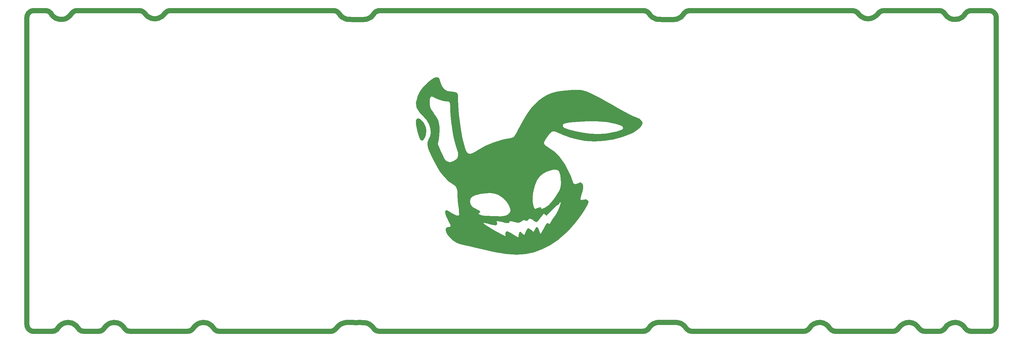
<source format=gbr>
%TF.GenerationSoftware,KiCad,Pcbnew,8.99.0-946-gf00a1ab517*%
%TF.CreationDate,2024-06-06T17:08:16+07:00*%
%TF.ProjectId,Sebas_nuxros,53656261-735f-46e7-9578-726f732e6b69,rev?*%
%TF.SameCoordinates,Original*%
%TF.FileFunction,Legend,Top*%
%TF.FilePolarity,Positive*%
%FSLAX46Y46*%
G04 Gerber Fmt 4.6, Leading zero omitted, Abs format (unit mm)*
G04 Created by KiCad (PCBNEW 8.99.0-946-gf00a1ab517) date 2024-06-06 17:08:16*
%MOMM*%
%LPD*%
G01*
G04 APERTURE LIST*
%ADD10C,1.500000*%
%ADD11C,0.500000*%
%ADD12C,0.300000*%
%ADD13C,0.000000*%
G04 APERTURE END LIST*
D10*
X197936758Y-118055930D02*
X197936758Y-118055914D01*
X183730492Y-118070001D02*
X183730492Y-118042607D01*
X279889645Y-118070001D02*
X285310006Y-118070001D01*
X266296984Y-118070001D02*
X270577395Y-118070001D01*
X279602214Y-118049241D02*
X279889645Y-118070001D01*
X279320750Y-117987386D02*
X279602214Y-118049241D01*
X278684059Y-117659278D02*
X279320750Y-117987386D01*
X278196508Y-117134562D02*
X278684059Y-117659278D01*
X277736884Y-116551491D02*
X278196508Y-117134562D01*
X277164612Y-116078488D02*
X277736884Y-116551491D01*
X276328937Y-115678580D02*
X277164612Y-116078488D01*
X275419394Y-115502482D02*
X276328937Y-115678580D01*
X274496303Y-115581117D02*
X275419394Y-115502482D01*
X273622926Y-115890134D02*
X274496303Y-115581117D01*
X272866935Y-116425632D02*
X273622926Y-115890134D01*
X272377685Y-116982683D02*
X272866935Y-116425632D01*
X271897789Y-117572206D02*
X272377685Y-116982683D01*
X271146294Y-117987396D02*
X271897789Y-117572206D01*
X270577395Y-118070001D02*
X271146294Y-117987396D01*
X266009553Y-118049241D02*
X266296984Y-118070001D01*
X265728089Y-117987386D02*
X266009553Y-118049241D01*
X265091398Y-117659278D02*
X265728089Y-117987386D01*
X264603847Y-117134562D02*
X265091398Y-117659278D01*
X264144223Y-116551491D02*
X264603847Y-117134562D01*
X263571951Y-116078488D02*
X264144223Y-116551491D01*
X262736276Y-115678580D02*
X263571951Y-116078488D01*
X261826733Y-115502482D02*
X262736276Y-115678580D01*
X260903642Y-115581117D02*
X261826733Y-115502482D01*
X260030265Y-115890134D02*
X260903642Y-115581117D01*
X259274274Y-116425632D02*
X260030265Y-115890134D01*
X258785024Y-116982683D02*
X259274274Y-116425632D01*
X258305128Y-117572206D02*
X258785024Y-116982683D01*
X257553633Y-117987396D02*
X258305128Y-117572206D01*
X256984734Y-118070001D02*
X257553633Y-117987396D01*
X239817053Y-118049241D02*
X240104484Y-118070001D01*
X239535589Y-117987386D02*
X239817053Y-118049241D01*
X238898898Y-117659278D02*
X239535589Y-117987386D01*
X238411347Y-117134562D02*
X238898898Y-117659278D01*
X237951723Y-116551491D02*
X238411347Y-117134562D01*
X237379451Y-116078488D02*
X237951723Y-116551491D01*
X236543776Y-115678580D02*
X237379451Y-116078488D01*
X235634233Y-115502482D02*
X236543776Y-115678580D01*
X234711142Y-115581118D02*
X235634233Y-115502482D01*
X233837765Y-115890134D02*
X234711142Y-115581118D01*
X233081774Y-116425632D02*
X233837765Y-115890134D01*
X232592524Y-116982684D02*
X233081774Y-116425632D01*
X232112628Y-117572206D02*
X232592524Y-116982684D01*
X231361133Y-117987396D02*
X232112628Y-117572206D01*
X230792234Y-118070001D02*
X231361133Y-117987396D01*
X197919300Y-118053506D02*
X197936758Y-118055930D01*
X197491148Y-118001784D02*
X197919300Y-118053506D01*
X196954652Y-117799523D02*
X197491148Y-118001784D01*
X196497845Y-117453021D02*
X196954652Y-117799523D01*
X196226175Y-117118085D02*
X196497845Y-117453021D01*
X195868241Y-116651905D02*
X196226175Y-117118085D01*
X195284832Y-116130753D02*
X195868241Y-116651905D01*
X194781368Y-115827504D02*
X195284832Y-116130753D01*
X194230321Y-115623093D02*
X194781368Y-115827504D01*
X191887180Y-115481084D02*
X193439088Y-115489402D01*
X194230321Y-115623093D01*
X188289808Y-115481048D02*
X189859862Y-115474388D01*
X191434220Y-115486265D01*
X191887180Y-115481084D01*
X187898044Y-115503038D02*
X188289808Y-115481048D01*
X187511203Y-115568739D02*
X187898044Y-115503038D01*
X186599893Y-115922318D02*
X187511203Y-115568739D01*
X185815489Y-116505599D02*
X186599893Y-115922318D01*
X185326819Y-117118067D02*
X185815489Y-116505599D01*
X184954058Y-117555688D02*
X185326819Y-117118067D01*
X184202572Y-117970877D02*
X184954058Y-117555688D01*
X183730492Y-118042607D02*
X184202572Y-117970877D01*
X106092762Y-118080900D02*
X106189571Y-118070001D01*
X105664610Y-118029178D02*
X106092762Y-118080900D01*
X105128114Y-117826917D02*
X105664610Y-118029178D01*
X104671307Y-117480415D02*
X105128114Y-117826917D01*
X104399637Y-117145479D02*
X104671307Y-117480415D01*
X104041703Y-116679299D02*
X104399637Y-117145479D01*
X103458294Y-116158147D02*
X104041703Y-116679299D01*
X102954830Y-115854898D02*
X103458294Y-116158147D01*
X102403783Y-115650487D02*
X102954830Y-115854898D01*
X100060642Y-115508479D02*
X101612550Y-115516800D01*
X102403783Y-115650487D01*
X96463270Y-115508442D02*
X98033324Y-115501781D01*
X99607682Y-115513659D01*
X100060642Y-115508479D01*
X96071506Y-115530432D02*
X96463270Y-115508442D01*
X95684665Y-115596133D02*
X96071506Y-115530432D01*
X94773355Y-115949712D02*
X95684665Y-115596133D01*
X93988951Y-116532993D02*
X94773355Y-115949712D01*
X93500281Y-117145461D02*
X93988951Y-116532993D01*
X93127520Y-117583082D02*
X93500281Y-117145461D01*
X92376034Y-117998271D02*
X93127520Y-117583082D01*
X91903954Y-118070001D02*
X92376034Y-117998271D01*
X279711313Y-23883079D02*
X279892370Y-23870001D01*
X279323235Y-23952670D02*
X279711313Y-23883079D01*
X278801159Y-24193886D02*
X279323235Y-23952670D01*
X278470414Y-24470946D02*
X278801159Y-24193886D01*
X278198782Y-24806160D02*
X278470414Y-24470946D01*
X277905145Y-25185340D02*
X278198782Y-24806160D01*
X277667791Y-25455783D02*
X277905145Y-25185340D01*
X277373212Y-25727016D02*
X277667791Y-25455783D01*
X276846221Y-26051523D02*
X277373212Y-25727016D01*
X276265745Y-26284752D02*
X276846221Y-26051523D01*
X275912648Y-26353534D02*
X276265745Y-26284752D01*
X275605856Y-26419764D02*
X275912648Y-26353534D01*
X275151680Y-26419764D02*
X275605856Y-26419764D01*
X274864148Y-26419764D02*
X275151680Y-26419764D01*
X274528888Y-26360794D02*
X274864148Y-26419764D01*
X274256406Y-26301971D02*
X274528888Y-26360794D01*
X273962565Y-26204945D02*
X274256406Y-26301971D01*
X273623782Y-26051522D02*
X273962565Y-26204945D01*
X273303191Y-25863018D02*
X273623782Y-26051522D01*
X273064070Y-25685779D02*
X273303191Y-25863018D01*
X272867614Y-25515605D02*
X273064070Y-25685779D01*
X272688657Y-25328177D02*
X272867614Y-25515605D01*
X272420340Y-25022455D02*
X272688657Y-25328177D01*
X272328597Y-24892309D02*
X272420340Y-25022455D01*
X272185943Y-24689941D02*
X272328597Y-24892309D01*
X271999566Y-24470971D02*
X272185943Y-24689941D01*
X271668821Y-24193921D02*
X271999566Y-24470971D01*
X271416504Y-24054449D02*
X271668821Y-24193921D01*
X271146756Y-23952702D02*
X271416504Y-24054449D01*
X270865182Y-23890793D02*
X271146756Y-23952702D01*
X270577633Y-23870001D02*
X270865182Y-23890793D01*
X253718178Y-23945920D02*
X254263996Y-23870001D01*
X253213799Y-24167916D02*
X253718178Y-23945920D01*
X252889236Y-24423982D02*
X253213799Y-24167916D01*
X252502260Y-24884076D02*
X252889236Y-24423982D01*
X252127095Y-25304333D02*
X252502260Y-24884076D01*
X251360492Y-25843271D02*
X252127095Y-25304333D01*
X250481739Y-26168732D02*
X251360492Y-25843271D01*
X249735059Y-26249307D02*
X250481739Y-26168732D01*
X248807103Y-26118809D02*
X249735059Y-26249307D01*
X248109626Y-25843270D02*
X248807103Y-26118809D01*
X247486988Y-25425278D02*
X248109626Y-25843270D01*
X246967857Y-24884076D02*
X247486988Y-25425278D01*
X246580875Y-24423992D02*
X246967857Y-24884076D01*
X246368550Y-24248387D02*
X246580875Y-24423992D01*
X245881870Y-23992711D02*
X246368550Y-24248387D01*
X245206122Y-23870001D02*
X245881870Y-23992711D01*
X184013603Y-23890756D02*
X183725975Y-23870001D01*
X184565064Y-24054496D02*
X184013603Y-23890756D01*
X184817430Y-24194044D02*
X184565064Y-24054496D01*
X184932267Y-24281240D02*
X184817430Y-24194044D01*
X185148205Y-24471240D02*
X184932267Y-24281240D01*
X185337395Y-24690322D02*
X185148205Y-24471240D01*
X185419839Y-24806599D02*
X185337395Y-24690322D01*
X185533391Y-24966750D02*
X185419839Y-24806599D01*
X185646944Y-25126901D02*
X185533391Y-24966750D01*
X185777714Y-25273331D02*
X185646944Y-25126901D01*
X185908484Y-25419761D02*
X185777714Y-25273331D01*
X186054832Y-25550622D02*
X185908484Y-25419761D01*
X186201180Y-25681483D02*
X186054832Y-25550622D01*
X186382404Y-25810135D02*
X186201180Y-25681483D01*
X186521350Y-25908773D02*
X186382404Y-25810135D01*
X186693157Y-26003772D02*
X186521350Y-25908773D01*
X186864964Y-26098771D02*
X186693157Y-26003772D01*
X187046330Y-26173928D02*
X186864964Y-26098771D01*
X187274281Y-26255328D02*
X187046330Y-26173928D01*
X187442091Y-26303694D02*
X187274281Y-26255328D01*
X187665742Y-26368153D02*
X187442091Y-26303694D01*
X187798529Y-26390723D02*
X187665742Y-26368153D01*
X187854861Y-26400298D02*
X187798529Y-26390723D01*
X187992076Y-26423621D02*
X187854861Y-26400298D01*
X188188089Y-26434633D02*
X187992076Y-26423621D01*
X192584102Y-26445645D02*
X191074263Y-26471976D01*
X189563525Y-26460990D01*
X188188089Y-26434633D01*
X192976127Y-26423629D02*
X192584102Y-26445645D01*
X193363218Y-26357825D02*
X192976127Y-26423629D01*
X193551860Y-26303452D02*
X193363218Y-26357825D01*
X193740503Y-26249080D02*
X193551860Y-26303452D01*
X193921869Y-26173922D02*
X193740503Y-26249080D01*
X194103235Y-26098763D02*
X193921869Y-26173922D01*
X194275042Y-26003763D02*
X194103235Y-26098763D01*
X194446848Y-25908764D02*
X194275042Y-26003763D01*
X194606934Y-25795120D02*
X194446848Y-25908764D01*
X194767019Y-25681476D02*
X194606934Y-25795120D01*
X195059719Y-25419758D02*
X194767019Y-25681476D01*
X195321265Y-25126904D02*
X195059719Y-25419758D01*
X195548364Y-24806599D02*
X195321265Y-25126904D01*
X195718916Y-24574067D02*
X195548364Y-24806599D01*
X195921124Y-24368469D02*
X195718916Y-24574067D01*
X196150797Y-24194086D02*
X195921124Y-24368469D01*
X196276978Y-24124315D02*
X196150797Y-24194086D01*
X196403159Y-24054544D02*
X196276978Y-24124315D01*
X196538062Y-24003643D02*
X196403159Y-24054544D01*
X196813786Y-23921771D02*
X196538062Y-24003643D01*
X196954606Y-23890799D02*
X196813786Y-23921771D01*
X197242228Y-23870001D02*
X196954606Y-23890799D01*
X92971656Y-23890756D02*
X92684028Y-23870001D01*
X93523117Y-24054496D02*
X92971656Y-23890756D01*
X93775483Y-24194044D02*
X93523117Y-24054496D01*
X93890320Y-24281239D02*
X93775483Y-24194044D01*
X94106258Y-24471240D02*
X93890320Y-24281239D01*
X94295448Y-24690322D02*
X94106258Y-24471240D01*
X94377892Y-24806599D02*
X94295448Y-24690322D01*
X94491445Y-24966750D02*
X94377892Y-24806599D01*
X94604997Y-25126901D02*
X94491445Y-24966750D01*
X94735767Y-25273331D02*
X94604997Y-25126901D01*
X94866537Y-25419761D02*
X94735767Y-25273331D01*
X95012885Y-25550622D02*
X94866537Y-25419761D01*
X95159233Y-25681483D02*
X95012885Y-25550622D01*
X95340457Y-25810135D02*
X95159233Y-25681483D01*
X95479403Y-25908773D02*
X95340457Y-25810135D01*
X95651210Y-26003772D02*
X95479403Y-25908773D01*
X95823017Y-26098771D02*
X95651210Y-26003772D01*
X96004383Y-26173928D02*
X95823017Y-26098771D01*
X96232335Y-26255328D02*
X96004383Y-26173928D01*
X96400144Y-26303694D02*
X96232335Y-26255328D01*
X96623795Y-26368153D02*
X96400144Y-26303694D01*
X96756583Y-26390723D02*
X96623795Y-26368153D01*
X96812915Y-26400298D02*
X96756583Y-26390723D01*
X96950129Y-26423621D02*
X96812915Y-26400298D01*
X97146142Y-26434633D02*
X96950129Y-26423621D01*
X101542155Y-26445645D02*
X100032317Y-26471976D01*
X98521578Y-26460990D01*
X97146142Y-26434633D01*
X101934180Y-26423629D02*
X101542155Y-26445645D01*
X102321271Y-26357825D02*
X101934180Y-26423629D01*
X102509914Y-26303452D02*
X102321271Y-26357825D01*
X102698556Y-26249080D02*
X102509914Y-26303452D01*
X102879922Y-26173922D02*
X102698556Y-26249080D01*
X103061288Y-26098763D02*
X102879922Y-26173922D01*
X103233095Y-26003763D02*
X103061288Y-26098763D01*
X103404901Y-25908764D02*
X103233095Y-26003763D01*
X103564987Y-25795120D02*
X103404901Y-25908764D01*
X103725072Y-25681476D02*
X103564987Y-25795120D01*
X104017772Y-25419758D02*
X103725072Y-25681476D01*
X104279318Y-25126904D02*
X104017772Y-25419758D01*
X104506417Y-24806599D02*
X104279318Y-25126904D01*
X104676969Y-24574067D02*
X104506417Y-24806599D01*
X104879177Y-24368469D02*
X104676969Y-24574067D01*
X105108850Y-24194086D02*
X104879177Y-24368469D01*
X105235031Y-24124315D02*
X105108850Y-24194086D01*
X105361212Y-24054544D02*
X105235031Y-24124315D01*
X105496115Y-24003643D02*
X105361212Y-24054544D01*
X105771839Y-23921771D02*
X105496115Y-24003643D01*
X105912659Y-23890799D02*
X105771839Y-23921771D01*
X106200281Y-23870001D02*
X105912659Y-23890799D01*
X8340272Y-23890775D02*
X8030118Y-23870001D01*
X8621735Y-23952628D02*
X8340272Y-23890775D01*
X8891387Y-24054289D02*
X8621735Y-23952628D01*
X9143629Y-24193648D02*
X8891387Y-24054289D01*
X9373225Y-24367811D02*
X9143629Y-24193648D01*
X9575407Y-24573163D02*
X9373225Y-24367811D01*
X9745978Y-24805440D02*
X9575407Y-24573163D01*
X9960285Y-25109198D02*
X9745978Y-24805440D01*
X10342381Y-25514370D02*
X9960285Y-25109198D01*
X10702133Y-25784780D02*
X10342381Y-25514370D01*
X11043406Y-26037590D02*
X10702133Y-25784780D01*
X11613549Y-26261422D02*
X11043406Y-26037590D01*
X12153442Y-26398091D02*
X11613549Y-26261422D01*
X12455540Y-26410488D02*
X12153442Y-26398091D01*
X12708966Y-26437520D02*
X12455540Y-26410488D01*
X13264491Y-26398091D02*
X12708966Y-26437520D01*
X13670934Y-26305466D02*
X13264491Y-26398091D01*
X14150226Y-26126516D02*
X13670934Y-26305466D01*
X14432633Y-25955691D02*
X14150226Y-26126516D01*
X14789415Y-25750872D02*
X14432633Y-25955691D01*
X15212330Y-25388511D02*
X14789415Y-25750872D01*
X15564801Y-24957319D02*
X15212330Y-25388511D01*
X15811763Y-24650046D02*
X15564801Y-24957319D01*
X15943624Y-24470493D02*
X15811763Y-24650046D01*
X16400431Y-24123976D02*
X15943624Y-24470493D01*
X16735208Y-23966035D02*
X16400431Y-24123976D01*
X17077662Y-23890771D02*
X16735208Y-23966035D01*
X17342367Y-23870001D02*
X17077662Y-23890771D01*
X19032555Y-118049227D02*
X19342709Y-118070001D01*
X18751092Y-117987374D02*
X19032555Y-118049227D01*
X18481440Y-117885713D02*
X18751092Y-117987374D01*
X18229198Y-117746354D02*
X18481440Y-117885713D01*
X17999602Y-117572191D02*
X18229198Y-117746354D01*
X17797420Y-117366839D02*
X17999602Y-117572191D01*
X17626849Y-117134562D02*
X17797420Y-117366839D01*
X17412542Y-116830804D02*
X17626849Y-117134562D01*
X17030446Y-116425632D02*
X17412542Y-116830804D01*
X16670694Y-116155222D02*
X17030446Y-116425632D01*
X16329421Y-115902412D02*
X16670694Y-116155222D01*
X15759278Y-115678580D02*
X16329421Y-115902412D01*
X15219385Y-115541911D02*
X15759278Y-115678580D01*
X14917287Y-115529514D02*
X15219385Y-115541911D01*
X14663861Y-115502482D02*
X14917287Y-115529514D01*
X14108336Y-115541911D02*
X14663861Y-115502482D01*
X13701893Y-115634536D02*
X14108336Y-115541911D01*
X13222601Y-115813486D02*
X13701893Y-115634536D01*
X12940194Y-115984311D02*
X13222601Y-115813486D01*
X12583412Y-116189130D02*
X12940194Y-115984311D01*
X12160497Y-116551491D02*
X12583412Y-116189130D01*
X11808026Y-116982683D02*
X12160497Y-116551491D01*
X11561064Y-117289956D02*
X11808026Y-116982683D01*
X11429203Y-117469508D02*
X11561064Y-117289956D01*
X10972396Y-117816026D02*
X11429203Y-117469508D01*
X10637619Y-117973967D02*
X10972396Y-117816026D01*
X10295165Y-118049231D02*
X10637619Y-117973967D01*
X10030460Y-118070001D02*
X10295165Y-118049231D01*
X32625149Y-118049227D02*
X32935303Y-118070001D01*
X32343686Y-117987374D02*
X32625149Y-118049227D01*
X32074034Y-117885713D02*
X32343686Y-117987374D01*
X31821792Y-117746354D02*
X32074034Y-117885713D01*
X31592196Y-117572191D02*
X31821792Y-117746354D01*
X31390014Y-117366839D02*
X31592196Y-117572191D01*
X31219443Y-117134562D02*
X31390014Y-117366839D01*
X31005136Y-116830804D02*
X31219443Y-117134562D01*
X30623040Y-116425631D02*
X31005136Y-116830804D01*
X30263288Y-116155222D02*
X30623040Y-116425631D01*
X29922015Y-115902412D02*
X30263288Y-116155222D01*
X29351872Y-115678580D02*
X29922015Y-115902412D01*
X28811979Y-115541911D02*
X29351872Y-115678580D01*
X28509881Y-115529514D02*
X28811979Y-115541911D01*
X28256455Y-115502482D02*
X28509881Y-115529514D01*
X27700930Y-115541911D02*
X28256455Y-115502482D01*
X27294487Y-115634536D02*
X27700930Y-115541911D01*
X26815195Y-115813486D02*
X27294487Y-115634536D01*
X26532788Y-115984311D02*
X26815195Y-115813486D01*
X26176006Y-116189130D02*
X26532788Y-115984311D01*
X25753091Y-116551491D02*
X26176006Y-116189130D01*
X25400620Y-116982683D02*
X25753091Y-116551491D01*
X25153658Y-117289956D02*
X25400620Y-116982683D01*
X25021797Y-117469508D02*
X25153658Y-117289956D01*
X24564990Y-117816026D02*
X25021797Y-117469508D01*
X24230213Y-117973967D02*
X24564990Y-117816026D01*
X23887759Y-118049231D02*
X24230213Y-117973967D01*
X23623054Y-118070001D02*
X23887759Y-118049231D01*
X58817649Y-118049227D02*
X59127803Y-118070001D01*
X58536186Y-117987374D02*
X58817649Y-118049227D01*
X58266534Y-117885713D02*
X58536186Y-117987374D01*
X58014292Y-117746354D02*
X58266534Y-117885713D01*
X57784696Y-117572191D02*
X58014292Y-117746354D01*
X57582514Y-117366839D02*
X57784696Y-117572191D01*
X57411943Y-117134562D02*
X57582514Y-117366839D01*
X57197636Y-116830804D02*
X57411943Y-117134562D01*
X56815540Y-116425632D02*
X57197636Y-116830804D01*
X56455788Y-116155222D02*
X56815540Y-116425632D01*
X56114515Y-115902412D02*
X56455788Y-116155222D01*
X55544372Y-115678580D02*
X56114515Y-115902412D01*
X55004479Y-115541911D02*
X55544372Y-115678580D01*
X54702381Y-115529514D02*
X55004479Y-115541911D01*
X54448955Y-115502482D02*
X54702381Y-115529514D01*
X53893430Y-115541911D02*
X54448955Y-115502482D01*
X53486987Y-115634536D02*
X53893430Y-115541911D01*
X53007695Y-115813486D02*
X53486987Y-115634536D01*
X52725288Y-115984311D02*
X53007695Y-115813486D01*
X52368506Y-116189130D02*
X52725288Y-115984311D01*
X51945591Y-116551491D02*
X52368506Y-116189130D01*
X51593120Y-116982683D02*
X51945591Y-116551491D01*
X51346158Y-117289956D02*
X51593120Y-116982683D01*
X51214297Y-117469509D02*
X51346158Y-117289956D01*
X50757490Y-117816027D02*
X51214297Y-117469509D01*
X50422713Y-117973967D02*
X50757490Y-117816027D01*
X50080259Y-118049231D02*
X50422713Y-117973967D01*
X49815554Y-118070001D02*
X50080259Y-118049231D01*
X17342367Y-23870001D02*
X28247000Y-23870001D01*
X28247000Y-23870001D02*
X35655699Y-23870001D01*
X35655699Y-23870001D02*
X35931236Y-23889063D01*
X35931236Y-23889063D02*
X36201517Y-23945913D01*
X36201517Y-23945913D02*
X36461389Y-24039458D01*
X36461389Y-24039458D02*
X36705896Y-24167913D01*
X36705896Y-24167913D02*
X36930374Y-24328828D01*
X36930374Y-24328828D02*
X37130543Y-24519134D01*
X37130543Y-24519134D02*
X37302585Y-24735203D01*
X37302585Y-24735203D02*
X37532283Y-25032949D01*
X37532283Y-25032949D02*
X37792600Y-25304333D01*
X37792600Y-25304333D02*
X38080530Y-25546222D01*
X38080530Y-25546222D02*
X38392750Y-25755823D01*
X38392750Y-25755823D02*
X38725655Y-25930717D01*
X38725655Y-25930717D02*
X39075403Y-26068885D01*
X39075403Y-26068885D02*
X39437956Y-26168732D01*
X39437956Y-26168732D02*
X39809128Y-26229105D01*
X39809128Y-26229105D02*
X40184636Y-26249307D01*
X40184636Y-26249307D02*
X40560143Y-26229105D01*
X40560143Y-26229105D02*
X40931316Y-26168732D01*
X40931316Y-26168732D02*
X41293869Y-26068885D01*
X41293869Y-26068885D02*
X41643617Y-25930718D01*
X41643617Y-25930718D02*
X41976522Y-25755824D01*
X41976522Y-25755824D02*
X42288742Y-25546222D01*
X42288742Y-25546222D02*
X42576672Y-25304333D01*
X42576672Y-25304333D02*
X42836988Y-25032949D01*
X42836988Y-25032949D02*
X43066686Y-24735203D01*
X43066686Y-24735203D02*
X43238710Y-24519119D01*
X43238710Y-24519119D02*
X43438880Y-24328811D01*
X43438880Y-24328811D02*
X43663361Y-24167896D01*
X43663361Y-24167896D02*
X43907872Y-24039444D01*
X43907872Y-24039444D02*
X44167748Y-23945904D01*
X44167748Y-23945904D02*
X44438034Y-23889062D01*
X44438034Y-23889062D02*
X44713573Y-23870001D01*
X44713573Y-23870001D02*
X81228744Y-23870001D01*
X81228744Y-23870001D02*
X92684028Y-23870001D01*
X106200281Y-23870001D02*
X147760000Y-23870001D01*
X147760000Y-23870001D02*
X183725975Y-23870001D01*
X197242228Y-23870001D02*
X214578744Y-23870001D01*
X214578744Y-23870001D02*
X245206122Y-23870001D01*
X254263996Y-23870001D02*
X269347494Y-23870001D01*
X269347494Y-23870001D02*
X270577633Y-23870001D01*
X279892370Y-23870001D02*
X285310006Y-23870001D01*
X285310006Y-23870001D02*
X285594637Y-23890337D01*
X285594637Y-23890337D02*
X285873474Y-23950997D01*
X285873474Y-23950997D02*
X286140839Y-24050721D01*
X286140839Y-24050721D02*
X286391291Y-24187480D01*
X286391291Y-24187480D02*
X286619731Y-24358490D01*
X286619731Y-24358490D02*
X286821509Y-24560270D01*
X286821509Y-24560270D02*
X286992516Y-24788712D01*
X286992516Y-24788712D02*
X287129273Y-25039166D01*
X287129273Y-25039166D02*
X287228994Y-25306533D01*
X287228994Y-25306533D02*
X287289650Y-25585370D01*
X287289650Y-25585370D02*
X287310006Y-25870001D01*
X287310006Y-25870001D02*
X287310006Y-116070001D01*
X287310006Y-116070001D02*
X287289641Y-116354630D01*
X287289641Y-116354630D02*
X287228984Y-116633464D01*
X287228984Y-116633464D02*
X287129262Y-116900828D01*
X287129262Y-116900828D02*
X286992505Y-117151279D01*
X286992505Y-117151279D02*
X286821498Y-117379718D01*
X286821498Y-117379718D02*
X286619721Y-117581495D01*
X286619721Y-117581495D02*
X286391283Y-117752503D01*
X286391283Y-117752503D02*
X286140832Y-117889261D01*
X286140832Y-117889261D02*
X285873469Y-117988984D01*
X285873469Y-117988984D02*
X285594635Y-118049642D01*
X285594635Y-118049642D02*
X285310006Y-118070001D01*
X256984734Y-118070001D02*
X254916251Y-118070001D01*
X254916251Y-118070001D02*
X240104484Y-118070001D01*
X230792234Y-118070001D02*
X216784998Y-118070001D01*
X216784998Y-118070001D02*
X197936758Y-118055914D01*
X183730492Y-118070001D02*
X147760006Y-118070001D01*
X147760006Y-118070001D02*
X106189571Y-118070001D01*
X91903954Y-118070001D02*
X78735003Y-118070001D01*
X78735003Y-118070001D02*
X59127803Y-118070001D01*
X49815554Y-118070001D02*
X35765751Y-118070001D01*
X35765751Y-118070001D02*
X32935303Y-118070001D01*
X23623054Y-118070001D02*
X19342709Y-118070001D01*
X10030460Y-118070001D02*
X4609994Y-118070001D01*
X4609994Y-118070001D02*
X4325365Y-118049633D01*
X4325365Y-118049633D02*
X4046530Y-117988977D01*
X4046530Y-117988977D02*
X3779166Y-117889256D01*
X3779166Y-117889256D02*
X3528715Y-117752500D01*
X3528715Y-117752500D02*
X3300275Y-117581493D01*
X3300275Y-117581493D02*
X3098498Y-117379717D01*
X3098498Y-117379717D02*
X2927490Y-117151278D01*
X2927490Y-117151278D02*
X2790732Y-116900828D01*
X2790732Y-116900828D02*
X2691010Y-116633464D01*
X2691010Y-116633464D02*
X2630352Y-116354630D01*
X2630352Y-116354630D02*
X2609994Y-116070001D01*
X2609994Y-116070001D02*
X2609994Y-25870001D01*
X2609994Y-25870001D02*
X2630355Y-25585371D01*
X2630355Y-25585371D02*
X2691011Y-25306536D01*
X2691011Y-25306536D02*
X2790732Y-25039171D01*
X2790732Y-25039171D02*
X2927489Y-24788719D01*
X2927489Y-24788719D02*
X3098496Y-24560279D01*
X3098496Y-24560279D02*
X3300273Y-24358501D01*
X3300273Y-24358501D02*
X3528713Y-24187493D01*
X3528713Y-24187493D02*
X3779164Y-24050736D01*
X3779164Y-24050736D02*
X4046529Y-23951014D01*
X4046529Y-23951014D02*
X4325364Y-23890358D01*
X4325364Y-23890358D02*
X4609994Y-23870001D01*
X4609994Y-23870001D02*
X8030118Y-23870001D01*
D11*
X246863662Y-24751474D02*
X246691615Y-24535413D01*
X55401241Y-115636595D02*
X55754259Y-115753107D01*
X185434261Y-117150868D02*
X185661398Y-116830918D01*
X258688524Y-117150833D02*
X258902832Y-116847076D01*
X263262106Y-115906406D02*
X263582604Y-116094760D01*
X271426595Y-117901991D02*
X271678837Y-117762630D01*
X52551240Y-116094759D02*
X52871739Y-115906405D01*
X11776367Y-26337826D02*
X11423216Y-26221216D01*
X188002721Y-26439900D02*
X187615626Y-26374106D01*
X96567433Y-26374097D02*
X96190146Y-26265357D01*
X53563424Y-115636595D02*
X53926808Y-115558182D01*
X251537599Y-25772095D02*
X251204694Y-25946989D01*
X11361498Y-117588496D02*
X11563683Y-117383148D01*
X279900298Y-118086272D02*
X285320660Y-118086272D01*
X285884128Y-23967268D02*
X285605291Y-23906608D01*
X40570797Y-26245376D02*
X40195290Y-26265578D01*
X102325668Y-26374096D02*
X101938577Y-26439900D01*
X186879037Y-115860247D02*
X187241563Y-115710133D01*
X234187087Y-115753108D02*
X234540104Y-115636595D01*
X185263691Y-117383140D02*
X185434261Y-117150868D01*
X270588287Y-23886272D02*
X254274650Y-23886272D01*
X198026351Y-118086272D02*
X230802888Y-118086272D01*
X93607744Y-117150833D02*
X93834886Y-116830881D01*
X103729469Y-25697747D02*
X103409298Y-25925035D01*
X18784377Y-118003684D02*
X19065839Y-118065536D01*
X279333889Y-23968941D02*
X279064135Y-24070685D01*
X55754259Y-115753107D02*
X56092927Y-115906405D01*
X95827414Y-26115042D02*
X95483800Y-25925044D01*
X54668207Y-115518753D02*
X55037857Y-115558182D01*
X104677677Y-117383116D02*
X104879862Y-117588458D01*
X106200225Y-118086272D02*
X183741146Y-118086272D01*
X277995160Y-25126402D02*
X277749840Y-25405921D01*
X237688819Y-116316043D02*
X237962377Y-116567762D01*
X196106059Y-116830882D02*
X196333214Y-117150833D01*
X103409298Y-25925035D02*
X103065685Y-26115034D01*
X195331927Y-25143188D02*
X195070388Y-25436050D01*
X14306872Y-26067794D02*
X13968089Y-26221217D01*
X285884123Y-118005255D02*
X286151486Y-117905532D01*
X271427158Y-24070720D02*
X271157410Y-23968973D01*
X2701665Y-25322807D02*
X2641009Y-25601642D01*
X94096414Y-116538365D02*
X94389043Y-116276963D01*
X37313239Y-24751474D02*
X37141197Y-24535405D01*
X52252527Y-116316043D02*
X52551240Y-116094759D01*
X271679475Y-24210192D02*
X271427158Y-24070720D01*
X261095988Y-115558183D02*
X261465638Y-115518754D01*
X38403404Y-25772094D02*
X38091184Y-25562493D01*
X58299912Y-117901984D02*
X58569564Y-118003645D01*
X251849819Y-25562493D02*
X251537599Y-25772095D01*
X186215547Y-116277002D02*
X186535592Y-116049999D01*
X53926808Y-115558182D02*
X54296459Y-115518753D01*
X251204694Y-25946989D02*
X250854946Y-26085156D01*
X17200523Y-116567805D02*
X17445840Y-116847111D01*
X246022459Y-24055753D02*
X245762589Y-23962211D01*
X272496151Y-25126402D02*
X272281875Y-24822431D01*
X15199837Y-25405921D02*
X14926243Y-25657832D01*
X44724227Y-23886272D02*
X44448688Y-23905333D01*
X250121220Y-26245376D02*
X249745713Y-26265578D01*
X10465063Y-25657831D02*
X10191468Y-25405921D01*
X105917056Y-23907070D02*
X105635415Y-23969014D01*
X197738920Y-118065503D02*
X198026351Y-118086272D01*
X103405735Y-116050019D02*
X103725779Y-116277019D01*
X94211757Y-24590316D02*
X94009553Y-24384706D01*
X188394750Y-26461924D02*
X188002721Y-26439900D01*
X4057183Y-23967285D02*
X3789818Y-24067007D01*
X230802888Y-118086272D02*
X231090321Y-118065517D01*
X232123282Y-117588477D02*
X232325462Y-117383119D01*
X249745713Y-26265578D02*
X249370205Y-26245376D01*
X249370205Y-26245376D02*
X248999033Y-26185003D01*
X26679239Y-115906405D02*
X27017907Y-115753108D01*
X279615469Y-23907042D02*
X279333889Y-23968941D01*
X247353677Y-25320604D02*
X247093360Y-25049220D01*
X17830715Y-117383140D02*
X18032893Y-117588495D01*
X32107412Y-117901984D02*
X32377064Y-118003645D01*
X19353268Y-118086272D02*
X23633708Y-118086272D01*
X18514726Y-117902021D02*
X18784377Y-118003684D01*
X197457457Y-118003649D02*
X197738920Y-118065503D01*
X30793197Y-116567762D02*
X31038514Y-116847075D01*
X186875600Y-26115056D02*
X186531982Y-25925060D01*
X4336019Y-118065904D02*
X4620648Y-118086272D01*
X277747538Y-116567762D02*
X277992855Y-116847075D01*
X276163082Y-115636596D02*
X276516099Y-115753108D01*
X105635415Y-23969014D02*
X105365609Y-24070815D01*
X253728832Y-23962191D02*
X253468960Y-24055734D01*
X273633580Y-115906406D02*
X273972248Y-115753108D01*
X196333214Y-117150833D02*
X196503785Y-117383111D01*
X277476246Y-25657832D02*
X277177467Y-25879289D01*
X96178969Y-115535804D02*
X96570733Y-115513814D01*
X246491443Y-24345113D02*
X246266964Y-24184204D01*
X15252707Y-115558256D02*
X15616085Y-115636667D01*
X272495493Y-116847076D02*
X272740810Y-116567762D01*
X19065839Y-118065536D02*
X19353268Y-118086272D01*
X106204678Y-23886272D02*
X105917056Y-23907070D01*
X56712139Y-116316043D02*
X56985697Y-116567762D01*
X54296459Y-115518753D02*
X54668207Y-115518753D01*
X3539367Y-24203764D02*
X3310927Y-24374772D01*
X286630375Y-117597766D02*
X286832152Y-117395989D01*
X24472265Y-117902005D02*
X24724512Y-117762647D01*
X186211807Y-25697773D02*
X185919104Y-25436055D01*
X192594750Y-26461924D02*
X188394750Y-26461924D01*
X231893686Y-117762645D02*
X232123282Y-117588477D01*
X196705967Y-117588463D02*
X196935563Y-117762627D01*
X258086186Y-117762645D02*
X258315782Y-117588477D01*
X13251409Y-26416304D02*
X12881605Y-26455766D01*
X247953827Y-25772094D02*
X247641607Y-25562493D01*
X96570733Y-115513814D02*
X101544132Y-115513864D01*
X95415072Y-115710094D02*
X95792128Y-115601505D01*
X278579897Y-117588494D02*
X278809491Y-117762670D01*
X29900427Y-115906405D02*
X30220925Y-116094759D01*
X196503785Y-117383111D02*
X196705967Y-117588463D01*
X270875836Y-23907064D02*
X270588287Y-23886272D01*
X2801386Y-116917099D02*
X2938144Y-117167549D01*
X29561759Y-115753107D02*
X29900427Y-115906405D01*
X31038514Y-116847075D02*
X31252821Y-117150833D01*
X253468960Y-24055734D02*
X253224453Y-24184187D01*
X192986779Y-26439895D02*
X192594750Y-26461924D01*
X195559016Y-24822873D02*
X195331927Y-25143188D01*
X26060027Y-116316043D02*
X26358740Y-116094759D01*
X247641607Y-25562493D02*
X247353677Y-25320604D01*
X50395097Y-118003643D02*
X50664747Y-117901978D01*
X17660149Y-117150860D02*
X17830715Y-117383140D01*
X185919104Y-25436055D02*
X185657557Y-25143199D01*
X271908433Y-117588465D02*
X272110615Y-117383112D01*
X240115138Y-118086272D02*
X256995388Y-118086272D01*
X184828075Y-24210317D02*
X184575709Y-24070770D01*
X95792128Y-115601505D02*
X96178969Y-115535804D01*
X101938577Y-26439900D02*
X101546552Y-26461916D01*
X31252821Y-117150833D02*
X31423392Y-117383110D01*
X13614939Y-26337826D02*
X13251409Y-26416304D01*
X186531982Y-25925060D02*
X186211807Y-25697773D01*
X30220925Y-116094759D02*
X30519639Y-116316043D01*
X273313845Y-25879289D02*
X273015066Y-25657831D01*
X15830000Y-24590000D02*
X15659433Y-24822431D01*
X278582167Y-24384461D02*
X278379969Y-24589973D01*
X184831916Y-117762644D02*
X185061509Y-117588486D01*
X3789818Y-24067007D02*
X3539367Y-24203764D01*
X104507100Y-117150851D02*
X104677677Y-117383116D01*
X9731872Y-24822431D02*
X9561324Y-24589983D01*
X36716550Y-24184184D02*
X36472043Y-24055729D01*
X51348767Y-117383105D02*
X51519344Y-117150833D01*
X264614501Y-117150833D02*
X264785072Y-117383112D01*
X252137749Y-25320604D02*
X251849819Y-25562493D01*
X277992855Y-116847075D02*
X278207162Y-117150833D01*
X41987176Y-25772095D02*
X41654271Y-25946989D01*
X239024349Y-117762631D02*
X239276591Y-117901993D01*
X193761928Y-115535800D02*
X194148776Y-115601501D01*
X275801412Y-26416304D02*
X275431608Y-26455766D01*
X278209436Y-24822431D02*
X277995160Y-25126402D01*
X51519344Y-117150833D02*
X51733652Y-116847076D01*
X51146583Y-117588454D02*
X51348767Y-117383105D01*
X279061735Y-117902039D02*
X279331392Y-118003706D01*
X195729566Y-24590338D02*
X195559016Y-24822873D01*
X197252882Y-23886272D02*
X196965260Y-23907070D01*
X261837386Y-115518754D02*
X262207037Y-115558183D01*
X287320660Y-116086272D02*
X287320660Y-25886272D01*
X3310927Y-24374772D02*
X3109150Y-24576550D01*
X93437167Y-117383105D02*
X93607744Y-117150833D01*
X236014537Y-115558182D02*
X236377921Y-115636595D01*
X101544132Y-115513864D02*
X101935889Y-115535857D01*
X14141675Y-115558256D02*
X14511320Y-115518829D01*
X51978969Y-116567762D02*
X52252527Y-116316043D01*
X92483497Y-118003643D02*
X92753147Y-117901978D01*
X262570421Y-115636596D02*
X262923438Y-115753108D01*
X278811813Y-24210157D02*
X278582167Y-24384461D01*
X37542937Y-25049220D02*
X37313239Y-24751474D01*
X103725779Y-116277019D02*
X104018403Y-116538416D01*
X52871739Y-115906405D02*
X53210407Y-115753108D01*
X18262486Y-117762661D02*
X18514726Y-117902021D01*
X272281185Y-117150833D02*
X272495493Y-116847076D01*
X36472043Y-24055729D02*
X36212171Y-23962184D01*
X58851027Y-118065498D02*
X59138457Y-118086272D01*
X8877165Y-24070685D02*
X8607415Y-23968933D01*
X18032893Y-117588495D02*
X18262486Y-117762661D01*
X43674015Y-24184167D02*
X43449534Y-24345082D01*
X287003170Y-24804983D02*
X286832163Y-24576541D01*
X105109457Y-117762613D02*
X105361697Y-117901965D01*
X233848419Y-115906405D02*
X234187087Y-115753108D01*
X248999033Y-26185003D02*
X248636480Y-26085156D01*
X40195290Y-26265578D02*
X39819782Y-26245376D01*
X273972248Y-115753108D02*
X274325265Y-115636596D01*
X287139916Y-116917099D02*
X287239638Y-116649735D01*
X274326370Y-26337826D02*
X273973219Y-26221216D01*
X14883062Y-115518829D02*
X15252707Y-115558256D01*
X25156299Y-117383130D02*
X25326844Y-117150833D01*
X275059704Y-26455766D02*
X274689899Y-26416304D01*
X196965260Y-23907070D02*
X196683618Y-23969013D01*
X277473980Y-116316043D02*
X277747538Y-116567762D01*
X245492310Y-23905360D02*
X245216776Y-23886272D01*
X252398065Y-25049220D02*
X252137749Y-25320604D01*
X92753147Y-117901978D02*
X93005388Y-117762617D01*
X24202609Y-118003665D02*
X24472265Y-117902005D01*
X271156943Y-118003655D02*
X271426595Y-117901991D01*
X26358740Y-116094759D02*
X26679239Y-115906405D01*
X257833942Y-117902006D02*
X258086186Y-117762645D01*
X264785072Y-117383112D02*
X264987254Y-117588466D01*
X278379969Y-24589973D02*
X278209436Y-24822431D01*
X188397211Y-115513910D02*
X193370158Y-115513814D01*
X253999114Y-23905342D02*
X253728832Y-23962191D01*
X94382289Y-24822870D02*
X94211757Y-24590316D01*
X262207037Y-115558183D02*
X262570421Y-115636596D01*
X51733652Y-116847076D02*
X51978969Y-116567762D01*
X187238336Y-26265368D02*
X186875600Y-26115056D01*
X235273139Y-115518753D02*
X235644887Y-115518753D01*
X13968089Y-26221217D02*
X13614939Y-26337826D01*
X2701664Y-116649735D02*
X2801386Y-116917099D01*
X238794754Y-117588466D02*
X239024349Y-117762631D01*
X3539369Y-117768771D02*
X3789820Y-117905527D01*
X11084433Y-26067793D02*
X10763842Y-25879289D01*
X276518092Y-26221217D02*
X276164942Y-26337826D01*
X276854768Y-115906406D02*
X277175266Y-116094759D01*
X28845357Y-115558182D02*
X29208741Y-115636595D01*
X194113901Y-26115061D02*
X193751165Y-26265372D01*
X16032195Y-24384491D02*
X15830000Y-24590000D01*
X279331392Y-118003706D02*
X279612861Y-118065560D01*
X286401945Y-24203751D02*
X286151493Y-24066992D01*
X104510814Y-24822870D02*
X104283715Y-25143175D01*
X260732604Y-115636596D02*
X261095988Y-115558183D01*
X287239638Y-116649735D02*
X287300295Y-116370901D01*
X14627464Y-25879289D02*
X14306872Y-26067794D01*
X3789820Y-117905527D02*
X4057184Y-118005248D01*
X31423392Y-117383110D02*
X31625574Y-117588462D01*
X252999975Y-24345101D02*
X252799805Y-24535406D01*
X12766126Y-116094817D02*
X13086621Y-115906469D01*
X8607415Y-23968933D02*
X8325837Y-23907021D01*
X258517962Y-117383119D02*
X258688524Y-117150833D01*
X259148149Y-116567762D02*
X259421707Y-116316044D01*
X93779880Y-24210315D02*
X93527514Y-24070767D01*
X43077340Y-24751474D02*
X42847642Y-25049220D01*
X12193859Y-116567805D02*
X12467416Y-116316094D01*
X237962377Y-116567762D02*
X238207694Y-116847075D01*
X195070388Y-25436050D02*
X194777690Y-25697774D01*
X245762589Y-23962211D02*
X245492310Y-23905360D01*
X194777690Y-25697774D02*
X194457518Y-25925064D01*
X27017907Y-115753108D02*
X27370924Y-115636595D01*
X273014368Y-116316044D02*
X273313081Y-116094760D01*
X32658527Y-118065498D02*
X32945957Y-118086272D01*
X12509701Y-26455766D02*
X12139896Y-26416304D01*
X273313081Y-116094760D02*
X273633580Y-115906406D01*
X9129483Y-24210164D02*
X8877165Y-24070685D01*
X25786469Y-116567762D02*
X26060027Y-116316043D01*
X185657557Y-25143199D02*
X185430485Y-24822873D01*
X185061509Y-117588486D02*
X185263691Y-117383140D01*
X43449534Y-24345082D02*
X43249364Y-24535390D01*
X264987254Y-117588466D02*
X265216849Y-117762631D01*
X94389043Y-116276963D02*
X94709093Y-116049959D01*
X187618614Y-115601542D02*
X188005451Y-115535839D01*
X247093360Y-25049220D02*
X246863662Y-24751474D01*
X235644887Y-115518753D02*
X236014537Y-115558182D01*
X265469091Y-117901993D02*
X265738743Y-118003657D01*
X193370158Y-115513814D02*
X193761928Y-115535800D01*
X194525838Y-115710091D02*
X194888375Y-115860205D01*
X95483800Y-25925044D02*
X95163630Y-25697754D01*
X50916988Y-117762617D02*
X51146583Y-117588454D01*
X12139896Y-26416304D02*
X11776367Y-26337826D01*
X10328543Y-118065515D02*
X10610005Y-118003666D01*
X23921142Y-118065515D02*
X24202609Y-118003665D01*
X194888375Y-115860205D02*
X195231830Y-116049957D01*
X237069607Y-115906405D02*
X237390105Y-116094759D01*
X233527920Y-116094759D02*
X233848419Y-115906405D01*
X11948542Y-116847111D02*
X12193859Y-116567805D01*
X194457518Y-25925064D02*
X194113901Y-26115061D01*
X56985697Y-116567762D02*
X57231014Y-116847075D01*
X4057184Y-118005248D02*
X4336019Y-118065904D01*
X279064135Y-24070685D02*
X278811813Y-24210157D01*
X277175266Y-116094759D02*
X277473980Y-116316043D01*
X184305896Y-23968969D02*
X184024247Y-23907031D01*
X196413811Y-24070814D02*
X196161448Y-24210356D01*
X285320660Y-23886272D02*
X279903024Y-23886272D01*
X279612861Y-118065560D02*
X279900298Y-118086272D01*
X185922923Y-116538403D02*
X186215547Y-116277002D01*
X25326844Y-117150833D02*
X25541152Y-116847076D01*
X232496024Y-117150833D02*
X232710332Y-116847076D01*
X276164942Y-26337826D02*
X275801412Y-26416304D01*
X238422001Y-117150833D02*
X238592572Y-117383112D01*
X262923438Y-115753108D02*
X263262106Y-115906406D01*
X57615892Y-117383110D02*
X57818074Y-117588462D01*
X105361697Y-117901965D02*
X105631344Y-118003623D01*
X105365609Y-24070815D02*
X105113247Y-24210357D01*
X196161448Y-24210356D02*
X195931774Y-24384739D01*
X43249364Y-24535390D02*
X43077340Y-24751474D01*
X279903024Y-23886272D02*
X279615469Y-23907042D01*
X94709093Y-116049959D02*
X95052542Y-115860208D01*
X27370924Y-115636595D02*
X27734308Y-115558182D01*
X57818074Y-117588462D02*
X58047670Y-117762625D01*
X16261836Y-24210188D02*
X16032195Y-24384491D01*
X184575709Y-24070770D02*
X184305896Y-23968969D01*
X105631344Y-118003623D02*
X105912801Y-118065476D01*
X273015066Y-25657831D02*
X272741471Y-25405921D01*
X287300295Y-116370901D02*
X287320660Y-116086272D01*
X253224453Y-24184187D02*
X252999975Y-24345101D01*
X92688425Y-23886272D02*
X44724227Y-23886272D01*
X265216849Y-117762631D02*
X265469091Y-117901993D01*
X32377064Y-118003645D02*
X32658527Y-118065498D01*
X276856875Y-26067794D02*
X276518092Y-26221217D01*
X104279929Y-116830925D02*
X104507100Y-117150851D01*
X197187805Y-117901987D02*
X197457457Y-118003649D01*
X259421707Y-116316044D02*
X259720420Y-116094759D01*
X185057749Y-24384709D02*
X184828075Y-24210317D01*
X91914608Y-118086272D02*
X92202037Y-118065502D01*
X2938143Y-24804990D02*
X2801386Y-25055442D01*
X231641442Y-117902006D02*
X231893686Y-117762645D01*
X4620648Y-23886272D02*
X4336018Y-23906629D01*
X38736309Y-25946988D02*
X38403404Y-25772094D01*
X59138457Y-118086272D02*
X91914608Y-118086272D01*
X96190146Y-26265357D02*
X95827414Y-26115042D01*
X196935563Y-117762627D02*
X197187805Y-117901987D01*
X42587326Y-25320604D02*
X42299396Y-25562493D01*
X11734233Y-117150860D02*
X11948542Y-116847111D01*
X184024247Y-23907031D02*
X183736619Y-23886272D01*
X94870934Y-25436032D02*
X94609394Y-25143172D01*
X14926243Y-25657832D02*
X14627464Y-25879289D01*
X187615626Y-26374106D02*
X187238336Y-26265368D01*
X188005451Y-115535839D02*
X188397211Y-115513910D01*
X93234983Y-117588454D02*
X93437167Y-117383105D01*
X16628256Y-116094817D02*
X16926966Y-116316094D01*
X274325265Y-115636596D02*
X274688649Y-115558183D01*
X286630385Y-24374761D02*
X286401945Y-24203751D01*
X9946148Y-25126402D02*
X9731872Y-24822431D01*
X256995388Y-118086272D02*
X257282821Y-118065517D01*
X31855170Y-117762625D02*
X32107412Y-117901984D01*
X13778297Y-115636667D02*
X14141675Y-115558256D01*
X13086621Y-115906469D02*
X13425285Y-115753176D01*
X2938144Y-117167549D02*
X3109152Y-117395988D01*
X15969097Y-115753176D02*
X16307761Y-115906469D01*
X272111320Y-24589993D02*
X271909120Y-24384490D01*
X96954526Y-26439892D02*
X96567433Y-26374097D01*
X93257702Y-23968966D02*
X92976053Y-23907027D01*
X193751165Y-26265372D02*
X193373874Y-26374106D01*
X32945957Y-118086272D02*
X49826208Y-118086272D01*
X248286732Y-25946988D02*
X247953827Y-25772094D01*
X233229207Y-116316043D02*
X233527920Y-116094759D01*
X250854946Y-26085156D02*
X250492393Y-26185003D01*
X287300304Y-25601641D02*
X287239648Y-25322804D01*
X246266964Y-24184204D02*
X246022459Y-24055753D01*
X231090321Y-118065517D02*
X231371787Y-118003667D01*
X193373874Y-26374106D02*
X192986779Y-26439895D01*
X15659433Y-24822431D02*
X15445157Y-25126402D01*
X55037857Y-115558182D02*
X55401241Y-115636595D01*
X185661398Y-116830918D02*
X185922923Y-116538403D01*
X184579677Y-117902000D02*
X184831916Y-117762644D01*
X287239648Y-25322804D02*
X287139927Y-25055437D01*
X11423216Y-26221216D02*
X11084433Y-26067793D01*
X254274650Y-23886272D02*
X253999114Y-23905342D01*
X24724512Y-117762647D02*
X24954112Y-117588483D01*
X246691615Y-24535413D02*
X246491443Y-24345113D01*
X271909120Y-24384490D02*
X271679475Y-24210192D01*
X39086057Y-26085156D02*
X38736309Y-25946988D01*
X237390105Y-116094759D02*
X237688819Y-116316043D01*
X257282821Y-118065517D02*
X257564287Y-118003667D01*
X258315782Y-117588477D02*
X258517962Y-117383119D01*
X94009553Y-24384706D02*
X93779880Y-24210315D01*
X278809491Y-117762670D02*
X279061735Y-117902039D01*
X195231830Y-116049957D02*
X195551887Y-116276962D01*
X10191468Y-25405921D02*
X9946148Y-25126402D01*
X285320660Y-118086272D02*
X285605289Y-118065913D01*
X104879862Y-117588458D02*
X105109457Y-117762613D01*
X245216776Y-23886272D02*
X197252882Y-23886272D01*
X239546243Y-118003657D02*
X239827707Y-118065512D01*
X8325837Y-23907021D02*
X8038284Y-23886272D01*
X97346552Y-26461916D02*
X96954526Y-26439892D01*
X258902832Y-116847076D02*
X259148149Y-116567762D01*
X101546552Y-26461916D02*
X97346552Y-26461916D01*
X17065472Y-23907055D02*
X16783898Y-23968964D01*
X196683618Y-23969013D02*
X196413811Y-24070814D01*
X3109150Y-24576550D02*
X2938143Y-24804990D01*
X12467416Y-116316094D02*
X12766126Y-116094817D01*
X44178402Y-23962175D02*
X43918526Y-24055715D01*
X38091184Y-25562493D02*
X37803254Y-25320604D01*
X3310929Y-117597764D02*
X3539369Y-117768771D01*
X8038284Y-23886272D02*
X4620648Y-23886272D01*
X273973219Y-26221216D02*
X273634436Y-26067793D01*
X93834886Y-116830881D02*
X94096414Y-116538365D01*
X36941028Y-24345099D02*
X36716550Y-24184184D01*
X44448688Y-23905333D02*
X44178402Y-23962175D01*
X37803254Y-25320604D02*
X37542937Y-25049220D01*
X56092927Y-115906405D02*
X56413425Y-116094759D01*
X28103959Y-115518753D02*
X28475707Y-115518753D01*
X272281875Y-24822431D02*
X272111320Y-24589993D01*
X263582604Y-116094760D02*
X263881318Y-116316044D01*
X287139927Y-25055437D02*
X287003170Y-24804983D01*
X257564287Y-118003667D02*
X257833942Y-117902006D01*
X4336018Y-23906629D02*
X4057183Y-23967285D01*
X277177467Y-25879289D02*
X276856875Y-26067794D01*
X9359127Y-24384470D02*
X9129483Y-24210164D01*
X24954112Y-117588483D02*
X25156299Y-117383130D01*
X272741471Y-25405921D02*
X272496151Y-25126402D01*
X104681366Y-24590338D02*
X104510814Y-24822870D01*
X42847642Y-25049220D02*
X42587326Y-25320604D01*
X105113247Y-24210357D02*
X104883574Y-24384740D01*
X183736619Y-23886272D02*
X106204678Y-23886272D01*
X271678837Y-117762630D02*
X271908433Y-117588465D01*
X50664747Y-117901978D02*
X50916988Y-117762617D01*
X39819782Y-26245376D02*
X39448610Y-26185003D01*
X278207162Y-117150833D02*
X278377722Y-117383126D01*
X264400192Y-116847076D02*
X264614501Y-117150833D01*
X259720420Y-116094759D02*
X260040919Y-115906406D01*
X287003159Y-117167550D02*
X287139916Y-116917099D01*
X264154876Y-116567763D02*
X264400192Y-116847076D01*
X28475707Y-115518753D02*
X28845357Y-115558182D01*
X49826208Y-118086272D02*
X50113637Y-118065502D01*
X261465638Y-115518754D02*
X261837386Y-115518754D01*
X12881605Y-26455766D02*
X12509701Y-26455766D01*
X275799698Y-115558183D02*
X276163082Y-115636596D01*
X10610005Y-118003666D02*
X10879657Y-117902009D01*
X238207694Y-116847075D02*
X238422001Y-117150833D01*
X57445321Y-117150833D02*
X57615892Y-117383110D01*
X194148776Y-115601501D02*
X194525838Y-115710091D01*
X92976053Y-23907027D02*
X92688425Y-23886272D01*
X286832163Y-24576541D02*
X286630385Y-24374761D01*
X50113637Y-118065502D02*
X50395097Y-118003643D01*
X30519639Y-116316043D02*
X30793197Y-116567762D01*
X103065685Y-26115034D02*
X102702953Y-26265351D01*
X266307638Y-118086272D02*
X270588049Y-118086272D01*
X16514151Y-24070713D02*
X16261836Y-24210188D01*
X105912801Y-118065476D02*
X106200225Y-118086272D01*
X286151493Y-24066992D02*
X285884128Y-23967268D01*
X271157410Y-23968973D02*
X270875836Y-23907064D01*
X239827707Y-118065512D02*
X240115138Y-118086272D01*
X272740810Y-116567762D02*
X273014368Y-116316044D01*
X57231014Y-116847075D02*
X57445321Y-117150833D01*
X15616085Y-115636667D02*
X15969097Y-115753176D01*
X260379587Y-115753108D02*
X260732604Y-115636596D01*
X274689899Y-26416304D02*
X274326370Y-26337826D01*
X4620648Y-118086272D02*
X10041114Y-118086272D01*
X232955649Y-116567762D02*
X233229207Y-116316043D01*
X10041114Y-118086272D02*
X10328543Y-118065515D01*
X275431608Y-26455766D02*
X275059704Y-26455766D01*
X250492393Y-26185003D02*
X250121220Y-26245376D01*
X231371787Y-118003667D02*
X231641442Y-117902006D01*
X275430048Y-115518754D02*
X275799698Y-115558183D01*
X13425285Y-115753176D02*
X13778297Y-115636667D01*
X104022169Y-25436029D02*
X103729469Y-25697747D01*
X92202037Y-118065502D02*
X92483497Y-118003643D01*
X58569564Y-118003645D02*
X58851027Y-118065498D01*
X183741146Y-118086272D02*
X184028571Y-118065511D01*
X23633708Y-118086272D02*
X23921142Y-118065515D01*
X265738743Y-118003657D02*
X266020207Y-118065512D01*
X35666353Y-23886272D02*
X17353021Y-23886272D01*
X102702953Y-26265351D02*
X102325668Y-26374096D01*
X36212171Y-23962184D02*
X35941890Y-23905334D01*
X10879657Y-117902009D02*
X11131901Y-117762654D01*
X14511320Y-115518829D02*
X14883062Y-115518829D01*
X276516099Y-115753108D02*
X276854768Y-115906406D01*
X285605289Y-118065913D02*
X285884123Y-118005255D01*
X102699770Y-115710155D02*
X103062293Y-115860270D01*
X239276591Y-117901993D02*
X239546243Y-118003657D01*
X93527514Y-24070767D02*
X93257702Y-23968966D01*
X42299396Y-25562493D02*
X41987176Y-25772095D01*
X17353021Y-23886272D02*
X17065472Y-23907055D01*
X103062293Y-115860270D02*
X103405735Y-116050019D01*
X16783898Y-23968964D02*
X16514151Y-24070713D01*
X270875480Y-118065510D02*
X271156943Y-118003655D01*
X234540104Y-115636595D02*
X234903488Y-115558182D01*
X2641006Y-116370901D02*
X2701664Y-116649735D01*
X195844523Y-116538365D02*
X196106059Y-116830882D01*
X41304523Y-26085156D02*
X40941970Y-26185003D01*
X104283715Y-25143175D02*
X104022169Y-25436029D01*
X252799805Y-24535406D02*
X252627763Y-24751474D01*
X287320660Y-25886272D02*
X287300304Y-25601641D01*
X16926966Y-116316094D02*
X17200523Y-116567805D01*
X15445157Y-25126402D02*
X15199837Y-25405921D01*
X9561324Y-24589983D02*
X9359127Y-24384470D01*
X272110615Y-117383112D02*
X272281185Y-117150833D01*
X16307761Y-115906469D02*
X16628256Y-116094817D01*
X2801386Y-25055442D02*
X2701665Y-25322807D01*
X53210407Y-115753108D02*
X53563424Y-115636595D01*
X94609394Y-25143172D02*
X94382289Y-24822870D01*
X102322722Y-115601563D02*
X102699770Y-115710155D01*
X232710332Y-116847076D02*
X232955649Y-116567762D01*
X2641009Y-25601642D02*
X2620648Y-25886272D01*
X10763842Y-25879289D02*
X10465063Y-25657831D01*
X11131901Y-117762654D02*
X11361498Y-117588496D01*
X35941890Y-23905334D02*
X35666353Y-23886272D01*
X236730939Y-115753107D02*
X237069607Y-115906405D01*
X41654271Y-25946989D02*
X41304523Y-26085156D01*
X248636480Y-26085156D02*
X248286732Y-25946988D01*
X278377722Y-117383126D02*
X278579897Y-117588494D01*
X274688649Y-115558183D02*
X275058300Y-115518754D01*
X186535592Y-116049999D02*
X186879037Y-115860247D01*
X27734308Y-115558182D02*
X28103959Y-115518753D01*
X2620648Y-25886272D02*
X2620648Y-116086272D01*
X58047670Y-117762625D02*
X58299912Y-117901984D01*
X232325462Y-117383119D02*
X232496024Y-117150833D01*
X3109152Y-117395988D02*
X3310929Y-117597764D01*
X236377921Y-115636595D02*
X236730939Y-115753107D01*
X270588049Y-118086272D02*
X270875480Y-118065510D01*
X195931774Y-24384739D02*
X195729566Y-24590338D01*
X25541152Y-116847076D02*
X25786469Y-116567762D01*
X260040919Y-115906406D02*
X260379587Y-115753108D01*
X37141197Y-24535405D02*
X36941028Y-24345099D01*
X56413425Y-116094759D02*
X56712139Y-116316043D01*
X185259953Y-24590319D02*
X185057749Y-24384709D01*
X263881318Y-116316044D02*
X264154876Y-116567763D01*
X273634436Y-26067793D02*
X273313845Y-25879289D01*
X95052542Y-115860208D02*
X95415072Y-115710094D01*
X252627763Y-24751474D02*
X252398065Y-25049220D01*
X40941970Y-26185003D02*
X40570797Y-26245376D01*
X2620648Y-116086272D02*
X2641006Y-116370901D01*
X234903488Y-115558182D02*
X235273139Y-115518753D01*
X187241563Y-115710133D02*
X187618614Y-115601542D01*
X185430485Y-24822873D02*
X185259953Y-24590319D01*
X286832152Y-117395989D02*
X287003159Y-117167550D01*
X104883574Y-24384740D02*
X104681366Y-24590338D01*
X277749840Y-25405921D02*
X277476246Y-25657832D01*
X266020207Y-118065512D02*
X266307638Y-118086272D01*
X285605291Y-23906608D02*
X285320660Y-23886272D01*
X184310029Y-118003659D02*
X184579677Y-117902000D01*
X17445840Y-116847111D02*
X17660149Y-117150860D01*
X43918526Y-24055715D02*
X43674015Y-24184167D01*
X101935889Y-115535857D02*
X102322722Y-115601563D01*
X184028571Y-118065511D02*
X184310029Y-118003659D01*
X195551887Y-116276962D02*
X195844523Y-116538365D01*
X238592572Y-117383112D02*
X238794754Y-117588466D01*
X104018403Y-116538416D02*
X104279929Y-116830925D01*
X31625574Y-117588462D02*
X31855170Y-117762625D01*
X29208741Y-115636595D02*
X29561759Y-115753107D01*
X275058300Y-115518754D02*
X275430048Y-115518754D01*
X39448610Y-26185003D02*
X39086057Y-26085156D01*
X11563683Y-117383148D02*
X11734233Y-117150860D01*
X93005388Y-117762617D02*
X93234983Y-117588454D01*
X286151486Y-117905532D02*
X286401937Y-117768774D01*
X286401937Y-117768774D02*
X286630375Y-117597766D01*
X95163630Y-25697754D02*
X94870934Y-25436032D01*
D12*
X147128572Y-69279757D02*
X146985715Y-69208328D01*
X146985715Y-69208328D02*
X146771429Y-69208328D01*
X146771429Y-69208328D02*
X146557143Y-69279757D01*
X146557143Y-69279757D02*
X146414286Y-69422614D01*
X146414286Y-69422614D02*
X146342857Y-69565471D01*
X146342857Y-69565471D02*
X146271429Y-69851185D01*
X146271429Y-69851185D02*
X146271429Y-70065471D01*
X146271429Y-70065471D02*
X146342857Y-70351185D01*
X146342857Y-70351185D02*
X146414286Y-70494042D01*
X146414286Y-70494042D02*
X146557143Y-70636900D01*
X146557143Y-70636900D02*
X146771429Y-70708328D01*
X146771429Y-70708328D02*
X146914286Y-70708328D01*
X146914286Y-70708328D02*
X147128572Y-70636900D01*
X147128572Y-70636900D02*
X147200000Y-70565471D01*
X147200000Y-70565471D02*
X147200000Y-70065471D01*
X147200000Y-70065471D02*
X146914286Y-70065471D01*
X148057143Y-69208328D02*
X148057143Y-69565471D01*
X147700000Y-69422614D02*
X148057143Y-69565471D01*
X148057143Y-69565471D02*
X148414286Y-69422614D01*
X147842857Y-69851185D02*
X148057143Y-69565471D01*
X148057143Y-69565471D02*
X148271429Y-69851185D01*
X149200000Y-69208328D02*
X149200000Y-69565471D01*
X148842857Y-69422614D02*
X149200000Y-69565471D01*
X149200000Y-69565471D02*
X149557143Y-69422614D01*
X148985714Y-69851185D02*
X149200000Y-69565471D01*
X149200000Y-69565471D02*
X149414286Y-69851185D01*
X150342857Y-69208328D02*
X150342857Y-69565471D01*
X149985714Y-69422614D02*
X150342857Y-69565471D01*
X150342857Y-69565471D02*
X150700000Y-69422614D01*
X150128571Y-69851185D02*
X150342857Y-69565471D01*
X150342857Y-69565471D02*
X150557143Y-69851185D01*
D13*
%TO.C,G\u002A\u002A\u002A*%
G36*
X118210335Y-55745113D02*
G01*
X118695186Y-56173947D01*
X119147638Y-56763280D01*
X119529077Y-57469834D01*
X119800891Y-58250327D01*
X119924465Y-59061480D01*
X119927928Y-59195035D01*
X119826322Y-60241582D01*
X119529528Y-61159584D01*
X119174336Y-61726154D01*
X118789069Y-62007401D01*
X118395616Y-61935328D01*
X118182728Y-61762528D01*
X117941403Y-61378118D01*
X117689960Y-60739156D01*
X117444947Y-59924795D01*
X117222914Y-59014191D01*
X117040408Y-58086495D01*
X116913978Y-57220863D01*
X116860174Y-56496448D01*
X116895544Y-55992405D01*
X116947515Y-55854409D01*
X117297886Y-55542064D01*
X117731697Y-55520059D01*
X118210335Y-55745113D01*
G37*
G36*
X123439801Y-43538153D02*
G01*
X123617140Y-43697482D01*
X123817359Y-44048537D01*
X124025244Y-44590316D01*
X124115028Y-44896433D01*
X124514674Y-45917294D01*
X125112211Y-46769581D01*
X125670901Y-47251590D01*
X126126414Y-47438279D01*
X126816689Y-47588994D01*
X127417541Y-47661547D01*
X128214906Y-47750098D01*
X128743262Y-47903583D01*
X129057516Y-48186903D01*
X129212571Y-48664963D01*
X129263335Y-49402664D01*
X129266783Y-49847498D01*
X129330513Y-51993435D01*
X129512231Y-54356141D01*
X129797731Y-56822654D01*
X130172805Y-59280012D01*
X130623245Y-61615252D01*
X130895262Y-62795676D01*
X131229839Y-64045302D01*
X131557947Y-64962026D01*
X131916149Y-65565576D01*
X132341007Y-65875678D01*
X132869084Y-65912060D01*
X133536941Y-65694448D01*
X134381141Y-65242571D01*
X134871298Y-64940949D01*
X137287100Y-63579471D01*
X139727825Y-62524720D01*
X142155038Y-61791634D01*
X143757784Y-61487399D01*
X144478437Y-61361428D01*
X145101664Y-61211620D01*
X145510064Y-61066998D01*
X145551180Y-61044083D01*
X145772229Y-60794574D01*
X146102751Y-60279085D01*
X146508359Y-59556445D01*
X146954664Y-58685487D01*
X147077677Y-58432543D01*
X147413045Y-57785380D01*
X160024822Y-57785380D01*
X160110546Y-58005983D01*
X160338882Y-58202449D01*
X160773941Y-58412875D01*
X161479835Y-58675357D01*
X161582672Y-58711085D01*
X163577558Y-59285173D01*
X165754226Y-59708039D01*
X168009154Y-59970046D01*
X170238820Y-60061557D01*
X172339703Y-59972935D01*
X173531534Y-59823405D01*
X174620547Y-59619849D01*
X175626441Y-59385389D01*
X176490243Y-59137976D01*
X177152978Y-58895562D01*
X177555673Y-58676097D01*
X177645109Y-58571254D01*
X177677402Y-58171674D01*
X177645288Y-58043057D01*
X177408301Y-57832429D01*
X176884875Y-57588546D01*
X176140036Y-57329814D01*
X175238812Y-57074643D01*
X174246233Y-56841437D01*
X173227325Y-56648605D01*
X172247118Y-56514554D01*
X172244465Y-56514275D01*
X171146331Y-56429040D01*
X169895446Y-56381846D01*
X168542617Y-56369831D01*
X167138648Y-56390132D01*
X165734345Y-56439886D01*
X164380513Y-56516231D01*
X163127959Y-56616302D01*
X162027487Y-56737237D01*
X161129903Y-56876174D01*
X160486012Y-57030249D01*
X160147242Y-57195975D01*
X160026111Y-57501881D01*
X160024822Y-57785380D01*
X147413045Y-57785380D01*
X148254186Y-56162220D01*
X149448927Y-54214346D01*
X150683304Y-52556142D01*
X151547749Y-51586114D01*
X152797277Y-50383937D01*
X154035261Y-49410999D01*
X155318299Y-48644824D01*
X156702985Y-48062939D01*
X158245918Y-47642869D01*
X160003694Y-47362139D01*
X162032910Y-47198277D01*
X162669256Y-47169825D01*
X163748477Y-47132963D01*
X164552038Y-47121057D01*
X165159006Y-47139909D01*
X165648449Y-47195320D01*
X166099434Y-47293090D01*
X166591029Y-47439020D01*
X166665760Y-47463030D01*
X167358715Y-47730189D01*
X168305627Y-48159697D01*
X169458624Y-48726561D01*
X170769836Y-49405783D01*
X172191392Y-50172367D01*
X173675419Y-51001318D01*
X175174048Y-51867641D01*
X175715035Y-52188101D01*
X177068287Y-52973509D01*
X178383631Y-53696263D01*
X179604077Y-54327450D01*
X180672637Y-54838158D01*
X181532322Y-55199474D01*
X181897396Y-55324623D01*
X182545880Y-55646368D01*
X183072164Y-56139566D01*
X183388654Y-56707711D01*
X183441608Y-57025981D01*
X183295739Y-57438374D01*
X182899732Y-57962375D01*
X182315988Y-58540716D01*
X181606906Y-59116131D01*
X180834887Y-59631353D01*
X180273086Y-59933851D01*
X177671354Y-60983955D01*
X174935140Y-61727163D01*
X172113804Y-62160550D01*
X169256707Y-62281194D01*
X166413207Y-62086174D01*
X163632666Y-61572567D01*
X161771678Y-61029226D01*
X160951302Y-60728092D01*
X159997138Y-60344200D01*
X159093805Y-59952318D01*
X158953411Y-59887888D01*
X158084648Y-59519653D01*
X157439194Y-59320454D01*
X157071202Y-59298082D01*
X156688291Y-59522104D01*
X156189511Y-60001143D01*
X155627067Y-60677248D01*
X155053164Y-61492467D01*
X154952053Y-61650492D01*
X154616179Y-62266711D01*
X154509942Y-62753082D01*
X154657901Y-63172991D01*
X155084615Y-63589824D01*
X155814643Y-64066968D01*
X155910140Y-64123292D01*
X157465575Y-65206482D01*
X158853358Y-66546876D01*
X160015617Y-68034668D01*
X160625144Y-68998610D01*
X161260575Y-70144926D01*
X161866891Y-71361888D01*
X162389073Y-72537763D01*
X162772101Y-73560821D01*
X162832379Y-73754798D01*
X163021980Y-74323053D01*
X163203888Y-74630607D01*
X163443431Y-74764418D01*
X163613322Y-74794304D01*
X164128115Y-74738722D01*
X164553036Y-74557220D01*
X165091381Y-74328824D01*
X165508392Y-74402096D01*
X165796555Y-74742190D01*
X165948357Y-75314255D01*
X165956282Y-76083444D01*
X165812817Y-77014908D01*
X165510449Y-78073799D01*
X165385315Y-78417155D01*
X165195475Y-79036411D01*
X165227071Y-79391594D01*
X165506435Y-79515503D01*
X166059896Y-79440935D01*
X166183091Y-79410892D01*
X166686272Y-79307046D01*
X166998067Y-79339141D01*
X167263751Y-79529715D01*
X167323081Y-79587774D01*
X167541540Y-79827701D01*
X167604584Y-80038630D01*
X167515639Y-80349208D01*
X167353237Y-80720495D01*
X166695008Y-81987888D01*
X165806944Y-83402184D01*
X164741374Y-84894453D01*
X163550623Y-86395765D01*
X162287020Y-87837190D01*
X161002891Y-89149797D01*
X160828417Y-89315628D01*
X158588802Y-91225158D01*
X156295133Y-92785048D01*
X153939887Y-93997840D01*
X151515545Y-94866080D01*
X149014583Y-95392310D01*
X146429481Y-95579074D01*
X143752716Y-95428916D01*
X143032517Y-95333780D01*
X142068951Y-95175999D01*
X140899397Y-94959160D01*
X139573823Y-94694779D01*
X138142196Y-94394372D01*
X136654485Y-94069454D01*
X135160657Y-93731541D01*
X133710679Y-93392149D01*
X132354520Y-93062793D01*
X131142147Y-92754988D01*
X130123529Y-92480252D01*
X129348632Y-92250099D01*
X128867425Y-92076045D01*
X128838079Y-92062501D01*
X127770802Y-91409165D01*
X126834498Y-90560825D01*
X126113377Y-89603325D01*
X125801451Y-88967063D01*
X125607925Y-88279116D01*
X125661068Y-87823182D01*
X125976062Y-87561812D01*
X126408517Y-87469385D01*
X126831081Y-87360543D01*
X127069073Y-87174987D01*
X127072579Y-87166658D01*
X127034265Y-86898725D01*
X126842468Y-86435489D01*
X126731412Y-86231091D01*
X136703370Y-86231091D01*
X136742071Y-86350357D01*
X137020660Y-86603593D01*
X137467258Y-86927936D01*
X138021583Y-87283046D01*
X138745859Y-87722920D01*
X139572314Y-88209116D01*
X140433175Y-88703191D01*
X141260672Y-89166704D01*
X141987031Y-89561212D01*
X142544482Y-89848273D01*
X142863713Y-89988967D01*
X143101769Y-90026282D01*
X143182029Y-89875336D01*
X143155329Y-89482126D01*
X143200733Y-88969721D01*
X143445933Y-88702394D01*
X143837158Y-88724053D01*
X143988564Y-88801745D01*
X144287202Y-88975468D01*
X144786674Y-89255918D01*
X145341608Y-89561940D01*
X145905738Y-89879263D01*
X146350741Y-90145791D01*
X146576084Y-90300624D01*
X146844182Y-90448620D01*
X146991540Y-90273481D01*
X147029021Y-89868844D01*
X147098456Y-89356684D01*
X147262518Y-88961788D01*
X147428442Y-88782925D01*
X147600007Y-88800644D01*
X147874054Y-89044791D01*
X148016836Y-89194273D01*
X148363586Y-89534179D01*
X148612041Y-89728475D01*
X148659038Y-89746084D01*
X148781919Y-89594010D01*
X148972257Y-89201423D01*
X149127809Y-88813566D01*
X149372201Y-88278738D01*
X149624094Y-87917693D01*
X149763832Y-87823247D01*
X150062462Y-87893482D01*
X150500313Y-88136940D01*
X150753028Y-88320303D01*
X151453592Y-88875160D01*
X151820441Y-88156076D01*
X152134844Y-87648535D01*
X152408189Y-87468607D01*
X152659467Y-87623541D01*
X152907671Y-88120582D01*
X153077953Y-88635944D01*
X153242907Y-89091294D01*
X153397840Y-89360052D01*
X153448230Y-89390839D01*
X153593898Y-89244872D01*
X153851115Y-88857160D01*
X154171141Y-88302982D01*
X154263821Y-88131142D01*
X154738215Y-87263076D01*
X155093211Y-86682169D01*
X155358126Y-86352961D01*
X155562274Y-86239991D01*
X155734971Y-86307799D01*
X155755434Y-86326853D01*
X156020949Y-86522000D01*
X156218815Y-86441651D01*
X156429298Y-86060419D01*
X156657454Y-85655565D01*
X157020754Y-85110164D01*
X157342283Y-84672153D01*
X157743881Y-84083287D01*
X158171699Y-83347177D01*
X158588611Y-82542495D01*
X158957492Y-81747911D01*
X159241215Y-81042097D01*
X159402655Y-80503722D01*
X159422395Y-80264351D01*
X159365150Y-80055374D01*
X159261644Y-80109140D01*
X159059204Y-80454328D01*
X159053294Y-80465315D01*
X158772115Y-80845558D01*
X158480996Y-81035685D01*
X158436697Y-81040739D01*
X158201635Y-81164374D01*
X157789857Y-81502136D01*
X157259949Y-82002007D01*
X156686287Y-82594935D01*
X155242155Y-84150979D01*
X154845901Y-83795734D01*
X154449648Y-83440489D01*
X154158565Y-83848522D01*
X153484288Y-84764530D01*
X152938324Y-85445300D01*
X152539933Y-85868313D01*
X152309156Y-86011072D01*
X152048610Y-85907566D01*
X151632222Y-85650081D01*
X151393533Y-85478205D01*
X150781822Y-85085835D01*
X150323826Y-84975739D01*
X149963806Y-85143262D01*
X149792561Y-85344587D01*
X149566907Y-85599845D01*
X149310870Y-85638772D01*
X148946753Y-85523886D01*
X148532811Y-85405683D01*
X148236662Y-85480736D01*
X147915383Y-85751256D01*
X147566345Y-86025305D01*
X147185609Y-86157411D01*
X146686201Y-86153490D01*
X145981146Y-86019457D01*
X145549892Y-85912135D01*
X144981513Y-85788243D01*
X144569431Y-85742507D01*
X144411226Y-85778918D01*
X144283066Y-86075381D01*
X144107720Y-86242873D01*
X143813536Y-86290806D01*
X143328860Y-86228592D01*
X142582039Y-86065643D01*
X142454895Y-86035893D01*
X141585379Y-85834808D01*
X141010772Y-85716373D01*
X140680697Y-85679715D01*
X140544775Y-85723966D01*
X140552628Y-85848254D01*
X140628366Y-86004337D01*
X140794143Y-86477034D01*
X140685679Y-86776121D01*
X140293681Y-86903632D01*
X139608854Y-86861600D01*
X138621904Y-86652061D01*
X138194645Y-86537077D01*
X137544867Y-86368611D01*
X137022130Y-86258580D01*
X136724616Y-86227130D01*
X136703370Y-86231091D01*
X126731412Y-86231091D01*
X126546579Y-85890909D01*
X126065010Y-85005257D01*
X125710129Y-84176488D01*
X125502175Y-83468411D01*
X125461383Y-82944835D01*
X125542051Y-82723568D01*
X125706341Y-82555277D01*
X125885197Y-82497348D01*
X126146616Y-82570710D01*
X126558598Y-82796295D01*
X127189143Y-83195033D01*
X127294095Y-83262867D01*
X128154735Y-83757009D01*
X128833954Y-84014772D01*
X129308820Y-84030600D01*
X129552344Y-83809940D01*
X129567213Y-83537942D01*
X129531567Y-83000317D01*
X129452683Y-82281952D01*
X129369147Y-81673094D01*
X129243178Y-80640104D01*
X129174531Y-79827306D01*
X132821829Y-79827306D01*
X132821849Y-79835562D01*
X132903548Y-80609303D01*
X133181587Y-81189473D01*
X133714641Y-81664143D01*
X134241042Y-81965662D01*
X134815034Y-82261082D01*
X135294804Y-82513827D01*
X135523009Y-82639005D01*
X135727976Y-82906006D01*
X135652818Y-83206115D01*
X135335226Y-83403636D01*
X135254092Y-83501980D01*
X135502742Y-83683641D01*
X135750000Y-83806688D01*
X136104735Y-83940240D01*
X136556646Y-84041530D01*
X137166930Y-84117726D01*
X137996787Y-84175994D01*
X139107414Y-84223500D01*
X139391259Y-84233080D01*
X140648658Y-84266657D01*
X141609313Y-84270683D01*
X142330923Y-84239434D01*
X142871189Y-84167184D01*
X143287810Y-84048209D01*
X143638487Y-83876784D01*
X143762326Y-83799409D01*
X144361531Y-83264840D01*
X144619445Y-82658869D01*
X144566274Y-82024219D01*
X144073308Y-80857116D01*
X143282830Y-79752996D01*
X142387492Y-78904664D01*
X151180286Y-78904664D01*
X151189815Y-80031075D01*
X151306626Y-80958386D01*
X151525994Y-81621243D01*
X151576802Y-81708671D01*
X151763800Y-81984274D01*
X151930403Y-82079207D01*
X152196953Y-82006151D01*
X152548089Y-81841888D01*
X153245804Y-81841888D01*
X153334615Y-81930699D01*
X153423426Y-81841888D01*
X153334615Y-81753077D01*
X153245804Y-81841888D01*
X152548089Y-81841888D01*
X152601955Y-81816689D01*
X153064800Y-81662832D01*
X153461131Y-81638555D01*
X153698294Y-81734263D01*
X153690635Y-81929445D01*
X153676973Y-82091299D01*
X153897494Y-82096921D01*
X154282434Y-81973968D01*
X154762031Y-81750100D01*
X155266520Y-81452973D01*
X155699343Y-81133075D01*
X156170206Y-80665244D01*
X156757802Y-79977997D01*
X157397079Y-79157132D01*
X158022989Y-78288445D01*
X158570482Y-77457734D01*
X158865369Y-76957273D01*
X159133165Y-76430389D01*
X159297700Y-75960948D01*
X159386132Y-75425746D01*
X159425618Y-74701580D01*
X159432862Y-74382722D01*
X159401974Y-73248010D01*
X159274365Y-72254038D01*
X159063697Y-71459249D01*
X158783631Y-70922085D01*
X158582428Y-70744745D01*
X157960857Y-70583134D01*
X157140010Y-70613237D01*
X156206413Y-70815777D01*
X155246589Y-71171476D01*
X154347061Y-71661057D01*
X154285072Y-71702209D01*
X153283971Y-72545317D01*
X152491166Y-73599236D01*
X151891458Y-74894045D01*
X151469651Y-76459826D01*
X151282771Y-77644510D01*
X151180286Y-78904664D01*
X142387492Y-78904664D01*
X142252568Y-78776824D01*
X141040252Y-77993568D01*
X140938948Y-77942092D01*
X139971916Y-77621774D01*
X138756078Y-77481994D01*
X137349025Y-77523509D01*
X135808345Y-77747079D01*
X135253635Y-77867201D01*
X134249563Y-78140121D01*
X133552310Y-78433768D01*
X133113913Y-78786966D01*
X132886407Y-79238537D01*
X132821829Y-79827306D01*
X129174531Y-79827306D01*
X129146439Y-79494697D01*
X129093841Y-78428702D01*
X129088497Y-78062035D01*
X129056315Y-77026584D01*
X128934808Y-76262921D01*
X128685150Y-75691193D01*
X128268516Y-75231553D01*
X127646080Y-74804148D01*
X127449073Y-74690327D01*
X126645837Y-74125437D01*
X125760022Y-73313175D01*
X124861977Y-72326812D01*
X124022052Y-71239619D01*
X123741955Y-70829301D01*
X123223098Y-69982681D01*
X122630798Y-68924623D01*
X122019003Y-67760383D01*
X121441655Y-66595221D01*
X120952700Y-65534394D01*
X120642296Y-64781191D01*
X120349704Y-63898732D01*
X120235697Y-63196975D01*
X120299931Y-62549726D01*
X120542064Y-61830795D01*
X120633704Y-61617491D01*
X120988209Y-60738856D01*
X121173872Y-60031675D01*
X121210640Y-59366471D01*
X121118458Y-58613770D01*
X121106523Y-58548131D01*
X120882276Y-57655772D01*
X120532586Y-56845817D01*
X120009057Y-56035853D01*
X119263297Y-55143466D01*
X118843495Y-54694284D01*
X118019468Y-53791065D01*
X117444815Y-53034828D01*
X117089635Y-52353000D01*
X116924026Y-51673013D01*
X116918084Y-50922294D01*
X116968076Y-50531662D01*
X120926657Y-50531662D01*
X120946788Y-51277969D01*
X121037875Y-51971245D01*
X121119292Y-52285662D01*
X121320024Y-52709041D01*
X121675969Y-53300341D01*
X122120032Y-53950393D01*
X122254574Y-54132797D01*
X122735023Y-54829020D01*
X123163658Y-55550287D01*
X123461538Y-56161542D01*
X123500434Y-56264266D01*
X123678329Y-57028363D01*
X123785000Y-58035122D01*
X123818864Y-59178850D01*
X123778336Y-60353856D01*
X123661835Y-61454451D01*
X123584778Y-61894434D01*
X123343786Y-63084043D01*
X124189726Y-65091637D01*
X124627952Y-66116233D01*
X124969431Y-66863058D01*
X125247400Y-67384954D01*
X125495093Y-67734759D01*
X125745748Y-67965315D01*
X126032600Y-68129460D01*
X126127392Y-68172224D01*
X126534727Y-68340394D01*
X126832682Y-68399461D01*
X127151409Y-68340782D01*
X127621059Y-68155718D01*
X127848792Y-68057933D01*
X128604514Y-67629490D01*
X129077275Y-67094039D01*
X129277200Y-66414144D01*
X129214413Y-65552369D01*
X128899038Y-64471279D01*
X128852650Y-64346084D01*
X128455947Y-63117478D01*
X128077772Y-61619932D01*
X127732285Y-59939724D01*
X127433645Y-58163132D01*
X127196010Y-56376434D01*
X127033540Y-54665908D01*
X126960393Y-53117831D01*
X126957692Y-52799126D01*
X126944820Y-51853954D01*
X126889012Y-51207687D01*
X126764484Y-50804398D01*
X126545451Y-50588162D01*
X126206126Y-50503051D01*
X125893752Y-50491538D01*
X125068633Y-50408310D01*
X124123272Y-50188692D01*
X123214181Y-49877787D01*
X122497871Y-49520695D01*
X122476535Y-49506809D01*
X121884206Y-49173087D01*
X121475783Y-49096086D01*
X121193750Y-49271928D01*
X121102403Y-49414127D01*
X120978267Y-49865867D01*
X120926657Y-50531662D01*
X116968076Y-50531662D01*
X117006050Y-50234938D01*
X117376060Y-48892982D01*
X118044822Y-47594691D01*
X119035830Y-46296917D01*
X119319930Y-45985314D01*
X120441525Y-44869363D01*
X121416993Y-44065243D01*
X122243649Y-43574382D01*
X122918813Y-43398210D01*
X123439801Y-43538153D01*
G37*
%TD*%
M02*

</source>
